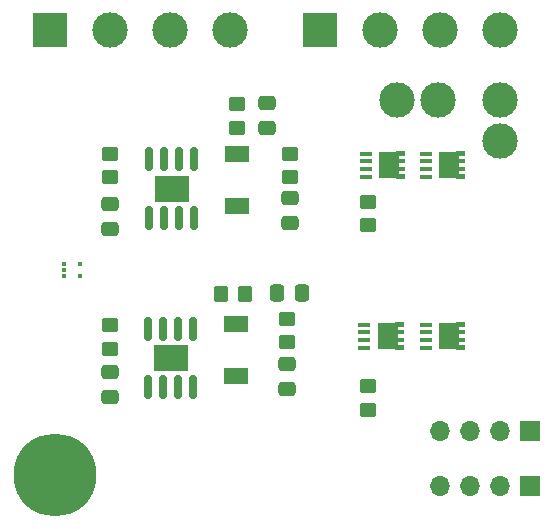
<source format=gts>
G04 #@! TF.GenerationSoftware,KiCad,Pcbnew,7.0.10*
G04 #@! TF.CreationDate,2024-02-29T18:40:53-06:00*
G04 #@! TF.ProjectId,Sabertoothv2,53616265-7274-46f6-9f74-6876322e6b69,rev?*
G04 #@! TF.SameCoordinates,Original*
G04 #@! TF.FileFunction,Soldermask,Top*
G04 #@! TF.FilePolarity,Negative*
%FSLAX46Y46*%
G04 Gerber Fmt 4.6, Leading zero omitted, Abs format (unit mm)*
G04 Created by KiCad (PCBNEW 7.0.10) date 2024-02-29 18:40:53*
%MOMM*%
%LPD*%
G01*
G04 APERTURE LIST*
G04 Aperture macros list*
%AMRoundRect*
0 Rectangle with rounded corners*
0 $1 Rounding radius*
0 $2 $3 $4 $5 $6 $7 $8 $9 X,Y pos of 4 corners*
0 Add a 4 corners polygon primitive as box body*
4,1,4,$2,$3,$4,$5,$6,$7,$8,$9,$2,$3,0*
0 Add four circle primitives for the rounded corners*
1,1,$1+$1,$2,$3*
1,1,$1+$1,$4,$5*
1,1,$1+$1,$6,$7*
1,1,$1+$1,$8,$9*
0 Add four rect primitives between the rounded corners*
20,1,$1+$1,$2,$3,$4,$5,0*
20,1,$1+$1,$4,$5,$6,$7,0*
20,1,$1+$1,$6,$7,$8,$9,0*
20,1,$1+$1,$8,$9,$2,$3,0*%
%AMFreePoly0*
4,1,21,1.372500,0.787500,0.862500,0.787500,0.862500,0.532500,1.372500,0.532500,1.372500,0.127500,0.862500,0.127500,0.862500,-0.127500,1.372500,-0.127500,1.372500,-0.532500,0.862500,-0.532500,0.862500,-0.787500,1.372500,-0.787500,1.372500,-1.195000,0.612500,-1.195000,0.612500,-1.117500,-0.862500,-1.117500,-0.862500,1.117500,0.612500,1.117500,0.612500,1.195000,1.372500,1.195000,
1.372500,0.787500,1.372500,0.787500,$1*%
G04 Aperture macros list end*
%ADD10RoundRect,0.250000X-0.475000X0.337500X-0.475000X-0.337500X0.475000X-0.337500X0.475000X0.337500X0*%
%ADD11RoundRect,0.150000X-0.150000X0.825000X-0.150000X-0.825000X0.150000X-0.825000X0.150000X0.825000X0*%
%ADD12R,3.000000X2.290000*%
%ADD13R,0.990000X0.405000*%
%ADD14FreePoly0,0.000000*%
%ADD15RoundRect,0.250000X0.450000X-0.350000X0.450000X0.350000X-0.450000X0.350000X-0.450000X-0.350000X0*%
%ADD16C,3.000000*%
%ADD17R,2.100000X1.400000*%
%ADD18RoundRect,0.250000X-0.450000X0.350000X-0.450000X-0.350000X0.450000X-0.350000X0.450000X0.350000X0*%
%ADD19R,3.000000X3.000000*%
%ADD20R,1.700000X1.700000*%
%ADD21O,1.700000X1.700000*%
%ADD22RoundRect,0.250000X0.337500X0.475000X-0.337500X0.475000X-0.337500X-0.475000X0.337500X-0.475000X0*%
%ADD23RoundRect,0.250000X0.350000X0.450000X-0.350000X0.450000X-0.350000X-0.450000X0.350000X-0.450000X0*%
%ADD24R,0.450000X0.300000*%
%ADD25C,0.800000*%
%ADD26C,7.000000*%
G04 APERTURE END LIST*
D10*
X39657157Y-52055500D03*
X39657157Y-54130500D03*
X54897157Y-51547500D03*
X54897157Y-53622500D03*
D11*
X46762157Y-62600000D03*
X45492157Y-62600000D03*
X44222157Y-62600000D03*
X42952157Y-62600000D03*
X42952157Y-67550000D03*
X44222157Y-67550000D03*
X45492157Y-67550000D03*
X46762157Y-67550000D03*
D12*
X44857157Y-65075000D03*
D13*
X61230157Y-62263000D03*
X61230157Y-62923000D03*
X61230157Y-63583000D03*
X61230157Y-64243000D03*
D14*
X63222657Y-63253000D03*
D15*
X61501157Y-53855000D03*
X61501157Y-51855000D03*
D16*
X72750000Y-46750000D03*
D15*
X61501157Y-69460000D03*
X61501157Y-67460000D03*
D17*
X50375957Y-66637000D03*
X50375957Y-62237000D03*
D15*
X54643157Y-63745000D03*
X54643157Y-61745000D03*
D13*
X66437157Y-47785000D03*
X66437157Y-48445000D03*
X66437157Y-49105000D03*
X66437157Y-49765000D03*
D14*
X68429657Y-48775000D03*
D10*
X54643157Y-65618000D03*
X54643157Y-67693000D03*
D18*
X50452157Y-43600000D03*
X50452157Y-45600000D03*
D10*
X52992157Y-43520000D03*
X52992157Y-45595000D03*
D19*
X57437157Y-37345000D03*
D16*
X62517157Y-37345000D03*
X67597157Y-37345000D03*
X72677157Y-37345000D03*
X64000000Y-43250000D03*
D19*
X34577157Y-37345000D03*
D16*
X39657157Y-37345000D03*
X44737157Y-37345000D03*
X49817157Y-37345000D03*
D20*
X75217157Y-71303000D03*
D21*
X72677157Y-71303000D03*
X70137157Y-71303000D03*
X67597157Y-71303000D03*
D20*
X75217157Y-75953000D03*
D21*
X72677157Y-75953000D03*
X70137157Y-75953000D03*
X67597157Y-75953000D03*
D22*
X55934657Y-59570000D03*
X53859657Y-59570000D03*
D18*
X39657157Y-62285000D03*
X39657157Y-64285000D03*
D17*
X50452157Y-52245000D03*
X50452157Y-47845000D03*
D16*
X67500000Y-43250000D03*
D13*
X61357157Y-47785000D03*
X61357157Y-48445000D03*
X61357157Y-49105000D03*
X61357157Y-49765000D03*
D14*
X63349657Y-48775000D03*
D16*
X72750000Y-43250000D03*
D13*
X66416157Y-62263000D03*
X66416157Y-62923000D03*
X66416157Y-63583000D03*
X66416157Y-64243000D03*
D14*
X68408657Y-63253000D03*
D15*
X54897157Y-49775000D03*
X54897157Y-47775000D03*
D23*
X51087157Y-59697000D03*
X49087157Y-59697000D03*
D11*
X46812157Y-48270000D03*
X45542157Y-48270000D03*
X44272157Y-48270000D03*
X43002157Y-48270000D03*
X43002157Y-53220000D03*
X44272157Y-53220000D03*
X45542157Y-53220000D03*
X46812157Y-53220000D03*
D12*
X44907157Y-50745000D03*
D24*
X35782157Y-57165000D03*
X35782157Y-57665000D03*
X35782157Y-58165000D03*
X37182157Y-58165000D03*
X37182157Y-57165000D03*
D25*
X32375000Y-75000000D03*
X33143845Y-73143845D03*
X33143845Y-76856155D03*
X35000000Y-72375000D03*
D26*
X35000000Y-75000000D03*
D25*
X35000000Y-77625000D03*
X36856155Y-73143845D03*
X36856155Y-76856155D03*
X37625000Y-75000000D03*
D18*
X39657157Y-47775000D03*
X39657157Y-49775000D03*
D10*
X39657157Y-66301000D03*
X39657157Y-68376000D03*
M02*

</source>
